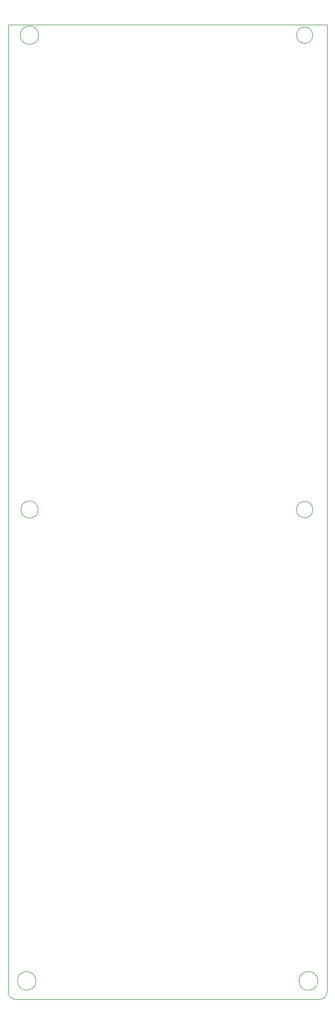
<source format=gbr>
%TF.GenerationSoftware,KiCad,Pcbnew,(5.1.12)-1*%
%TF.CreationDate,2022-05-09T22:55:40+02:00*%
%TF.ProjectId,BTCPOS,42544350-4f53-42e6-9b69-6361645f7063,rev?*%
%TF.SameCoordinates,Original*%
%TF.FileFunction,Profile,NP*%
%FSLAX46Y46*%
G04 Gerber Fmt 4.6, Leading zero omitted, Abs format (unit mm)*
G04 Created by KiCad (PCBNEW (5.1.12)-1) date 2022-05-09 22:55:40*
%MOMM*%
%LPD*%
G01*
G04 APERTURE LIST*
%TA.AperFunction,Profile*%
%ADD10C,0.050000*%
%TD*%
G04 APERTURE END LIST*
D10*
X107364692Y-103441500D02*
G75*
G03*
X107364692Y-103441500I-1319692J0D01*
G01*
X62982565Y-103441500D02*
G75*
G03*
X62982565Y-103441500I-1387565J0D01*
G01*
X108170691Y-179470000D02*
G75*
G03*
X108170691Y-179470000I-1520691J0D01*
G01*
X62650000Y-179470000D02*
G75*
G03*
X62650000Y-179470000I-1500000J0D01*
G01*
X107355206Y-26924000D02*
G75*
G03*
X107355206Y-26924000I-1310206J0D01*
G01*
X63077782Y-26924000D02*
G75*
G03*
X63077782Y-26924000I-1482782J0D01*
G01*
X108400000Y-182470000D02*
X59400000Y-182470000D01*
X109650000Y-181220000D02*
G75*
G02*
X108400000Y-182470000I-1250000J0D01*
G01*
X59400000Y-182470000D02*
G75*
G02*
X58150000Y-181220000I0J1250000D01*
G01*
X109650000Y-25220000D02*
X109650000Y-25470000D01*
X58150000Y-25220000D02*
X109650000Y-25220000D01*
X58150000Y-25470000D02*
X58150000Y-25220000D01*
X58150000Y-181220000D02*
X58150000Y-25470000D01*
X109650000Y-181220000D02*
X109650000Y-25470000D01*
M02*

</source>
